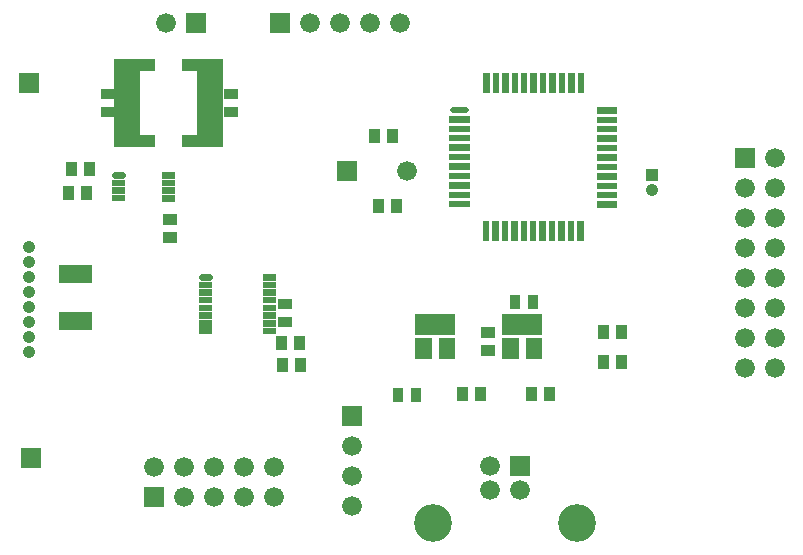
<source format=gbr>
G04 start of page 4 for group -4063 idx -4063
G04 Title: (unknown), componentmask *
G04 Creator: pcb 20070208 *
G04 CreationDate: Fri Sep 21 18:13:03 2007 UTC *
G04 For: sean *
G04 Format: Gerber/RS-274X *
G04 PCB-Dimensions: 266220 195850 *
G04 PCB-Coordinate-Origin: lower left *
%MOIN*%
%FSLAX24Y24*%
%LNFRONTMASK*%
%ADD16R,0.0360X0.0360*%
%ADD32R,0.0660X0.0660*%
%ADD33C,0.0660*%
%ADD34C,0.1260*%
%ADD35C,0.0420*%
%ADD36R,0.0420X0.0420*%
%ADD37R,0.0540X0.0540*%
%ADD38R,0.0220X0.0220*%
%ADD39R,0.0416X0.0416*%
%ADD40C,0.0220*%
%ADD41R,0.0318X0.0318*%
%ADD42C,0.0210*%
%ADD43R,0.0210X0.0210*%
G54D32*X17200Y3135D03*
G54D33*X16200D03*
Y2335D03*
X17200D03*
G54D34*X19100Y1235D03*
X14300D03*
G54D35*X850Y8935D03*
Y8435D03*
Y7935D03*
Y7435D03*
Y10435D03*
Y9935D03*
Y9435D03*
G54D32*Y15885D03*
G54D35*Y6935D03*
G54D32*X900Y3385D03*
X24700Y13385D03*
G54D33*X25700D03*
X24700Y12385D03*
X25700D03*
X24700Y11385D03*
X25700D03*
X24700Y10385D03*
X25700D03*
G54D35*X21600Y12335D03*
G54D36*Y12835D03*
G54D32*X6400Y17885D03*
G54D33*X5400D03*
G54D32*X9200D03*
G54D33*X10200D03*
X11200D03*
X12200D03*
X13200D03*
G54D32*X11463Y12958D03*
G54D33*X13463D03*
G54D32*X5000Y2085D03*
G54D33*X6000D03*
X7000D03*
X8000D03*
G54D32*X11600Y4785D03*
G54D33*Y3785D03*
Y2785D03*
Y1785D03*
X5000Y3085D03*
X6000D03*
X7000D03*
X8000D03*
X9000Y2085D03*
Y3085D03*
X25700Y9385D03*
Y8385D03*
Y7385D03*
Y6385D03*
X24700Y9385D03*
Y8385D03*
Y7385D03*
Y6385D03*
G54D16*X5500Y10735D02*X5600D01*
X5500Y11335D02*X5600D01*
X12500Y11835D02*Y11735D01*
X13100Y11835D02*Y11735D01*
X20000Y7635D02*Y7535D01*
X20600Y7635D02*Y7535D01*
X20000Y6635D02*Y6535D01*
X20600Y6635D02*Y6535D01*
X13150Y5535D02*Y5435D01*
X13750Y5535D02*Y5435D01*
G54D37*X14000Y7935D02*Y7775D01*
Y7115D02*Y6955D01*
X14390Y7935D02*Y7775D01*
X14780Y7935D02*Y7775D01*
Y7115D02*Y6955D01*
G54D16*X9274Y7281D02*Y7181D01*
X9874Y7281D02*Y7181D01*
X9900Y6535D02*Y6435D01*
X9300Y6535D02*Y6435D01*
X18200Y5585D02*Y5485D01*
X17600Y5585D02*Y5485D01*
X15900Y5585D02*Y5485D01*
X16100Y6985D02*X16200D01*
X15300Y5585D02*Y5485D01*
X16100Y7585D02*X16200D01*
G54D37*X16900Y7935D02*Y7775D01*
X17290Y7935D02*Y7775D01*
X17680Y7935D02*Y7775D01*
Y7115D02*Y6955D01*
X16900Y7115D02*Y6955D01*
G54D16*X9324Y8531D02*X9424D01*
X9324Y7931D02*X9424D01*
G54D38*X8744Y7631D02*X8964D01*
X8744Y7891D02*X8964D01*
X8744Y8141D02*X8964D01*
X8744Y8401D02*X8964D01*
X8744Y8661D02*X8964D01*
X8744Y8911D02*X8964D01*
X8744Y9171D02*X8964D01*
X8744Y9421D02*X8964D01*
G54D16*X3424Y14931D02*X3524D01*
G54D39*X3879Y14916D02*X4332D01*
X3879Y14601D02*X4332D01*
X3879Y14286D02*X4332D01*
X3879Y13971D02*X4844D01*
G54D16*X3424Y15531D02*X3524D01*
G54D39*X3879Y16491D02*X4844D01*
X3879Y16176D02*X4332D01*
X3879Y15861D02*X4332D01*
X3879Y15546D02*X4332D01*
X3879Y15231D02*X4332D01*
G54D16*X2174Y12281D02*Y12181D01*
X2774Y12281D02*Y12181D01*
X2274Y13081D02*Y12981D01*
X2874Y13081D02*Y12981D01*
G54D40*X3724Y12831D02*X3944D01*
G54D38*X3724Y12571D02*X3944D01*
X3724Y12321D02*X3944D01*
X3724Y12061D02*X3944D01*
X5394Y12051D02*X5614D01*
X5394Y12311D02*X5614D01*
X5394Y12561D02*X5614D01*
X5394Y12821D02*X5614D01*
G54D39*X6143Y13971D02*X7107D01*
X6655Y14286D02*X7107D01*
X6655Y15861D02*X7107D01*
X6655Y16176D02*X7107D01*
X6143Y16491D02*X7107D01*
X6655Y14601D02*X7107D01*
X6655Y14916D02*X7107D01*
X6655Y15231D02*X7107D01*
X6654Y15546D02*X7107D01*
G54D16*X7524Y14931D02*X7624D01*
X7524Y15531D02*X7624D01*
G54D41*X2791Y9678D02*Y9403D01*
X2397Y9678D02*Y9403D01*
X2004Y8103D02*Y7828D01*
X2200Y8103D02*Y7828D01*
X2397Y8103D02*Y7828D01*
X2594Y8103D02*Y7828D01*
X2791Y8103D02*Y7828D01*
X2594Y9678D02*Y9403D01*
X2200Y9678D02*Y9403D01*
X2004Y9678D02*Y9403D01*
G54D40*X6624Y9431D02*X6844D01*
G54D38*X6624Y9171D02*X6844D01*
X6624Y8921D02*X6844D01*
X6624Y8661D02*X6844D01*
X6624Y8401D02*X6844D01*
X6624Y8151D02*X6844D01*
X6624Y7891D02*X6844D01*
X6624Y7641D02*X6844D01*
G54D16*X17650Y8635D02*Y8535D01*
X17050Y8635D02*Y8535D01*
G54D42*X14970Y14995D02*X15430D01*
G54D43*X14970Y14685D02*X15430D01*
X14970Y14375D02*X15430D01*
X14970Y14055D02*X15430D01*
X14970Y13745D02*X15430D01*
X14970Y13425D02*X15430D01*
G54D16*X12959Y14189D02*Y14089D01*
X12359Y14189D02*Y14089D01*
G54D43*X14970Y13115D02*X15430D01*
X14970Y12795D02*X15430D01*
X14970Y12485D02*X15430D01*
X14970Y12165D02*X15430D01*
X14970Y11855D02*X15430D01*
X16090Y11185D02*Y10725D01*
X16400Y11185D02*Y10725D01*
X16710Y11185D02*Y10725D01*
X17030Y11185D02*Y10725D01*
X17340Y11185D02*Y10725D01*
X17660Y11185D02*Y10725D01*
X17970Y11185D02*Y10725D01*
X18290Y11185D02*Y10725D01*
X18600Y11185D02*Y10725D01*
X18920Y11185D02*Y10725D01*
X19230Y11185D02*Y10725D01*
X19900Y11845D02*X20360D01*
X19900Y12155D02*X20360D01*
X19900Y12465D02*X20360D01*
X19900Y12785D02*X20360D01*
X19900Y13095D02*X20360D01*
X19900Y13415D02*X20360D01*
X19900Y13725D02*X20360D01*
X19900Y14045D02*X20360D01*
X19900Y14355D02*X20360D01*
X19900Y14675D02*X20360D01*
X19900Y14985D02*X20360D01*
X19240Y16115D02*Y15655D01*
X18930Y16115D02*Y15655D01*
X18620Y16115D02*Y15655D01*
X18300Y16115D02*Y15655D01*
X17990Y16115D02*Y15655D01*
X17670Y16115D02*Y15655D01*
X17360Y16115D02*Y15655D01*
X17040Y16115D02*Y15655D01*
X16730Y16115D02*Y15655D01*
X16410Y16115D02*Y15655D01*
X16100Y16115D02*Y15655D01*
M02*

</source>
